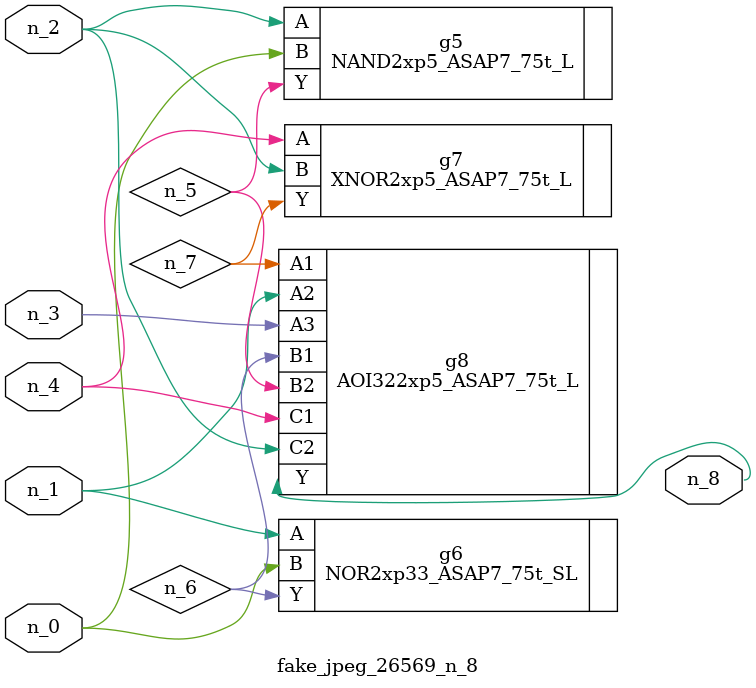
<source format=v>
module fake_jpeg_26569_n_8 (n_3, n_2, n_1, n_0, n_4, n_8);

input n_3;
input n_2;
input n_1;
input n_0;
input n_4;

output n_8;

wire n_6;
wire n_5;
wire n_7;

NAND2xp5_ASAP7_75t_L g5 ( 
.A(n_2),
.B(n_0),
.Y(n_5)
);

NOR2xp33_ASAP7_75t_SL g6 ( 
.A(n_1),
.B(n_0),
.Y(n_6)
);

XNOR2xp5_ASAP7_75t_L g7 ( 
.A(n_4),
.B(n_2),
.Y(n_7)
);

AOI322xp5_ASAP7_75t_L g8 ( 
.A1(n_7),
.A2(n_1),
.A3(n_3),
.B1(n_6),
.B2(n_5),
.C1(n_4),
.C2(n_2),
.Y(n_8)
);


endmodule
</source>
